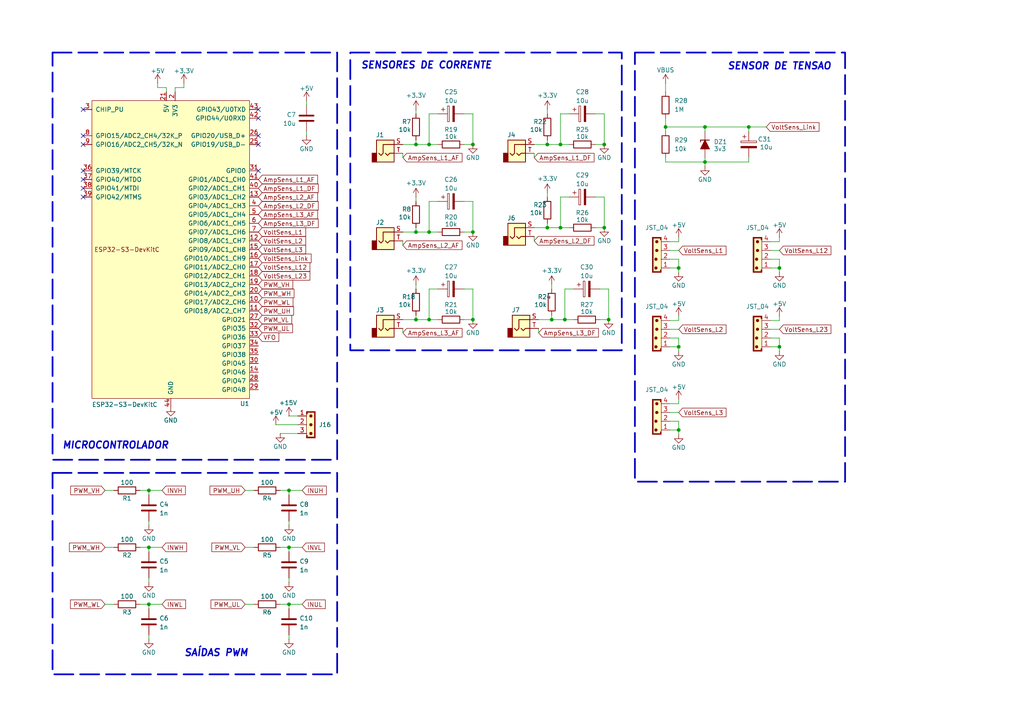
<source format=kicad_sch>
(kicad_sch (version 20231120) (generator "eeschema") (generator_version "8.0")
  (paper "A4")
  (title_block (title "Microcontrolador") (date "2025-02-24") (rev "V1") (company "Autor: José Fonseca") (comment 1 "UFPEL") (comment 2 "GSIC"))
  (junction (at 83.82 175.26))
  (junction (at 43.18 142.24))
  (junction (at 204.47 36.83))
  (junction (at 217.17 36.83))
  (junction (at 226.06 77.724))
  (junction (at 196.85 100.584))
  (junction (at 204.47 46.99))
  (junction (at 120.65 92.71))
  (junction (at 162.56 41.91))
  (junction (at 137.16 41.91))
  (junction (at 124.46 41.91))
  (junction (at 196.85 77.724))
  (junction (at 83.82 142.24))
  (junction (at 162.56 66.04))
  (junction (at 120.65 67.31))
  (junction (at 175.26 66.04))
  (junction (at 124.46 67.31))
  (junction (at 120.65 41.91))
  (junction (at 137.16 92.71))
  (junction (at 43.18 158.75))
  (junction (at 124.46 92.71))
  (junction (at 163.83 92.71))
  (junction (at 175.26 41.91))
  (junction (at 137.16 67.31))
  (junction (at 158.75 41.91))
  (junction (at 226.06 100.584))
  (junction (at 196.85 124.714))
  (junction (at 158.75 66.04))
  (junction (at 176.53 92.71))
  (junction (at 83.82 158.75))
  (junction (at 160.02 92.71))
  (junction (at 193.04 36.83))
  (junction (at 43.18 175.26))
  (no_connect (at 74.93 41.91))
  (no_connect (at 74.93 31.75))
  (no_connect (at 24.13 52.07))
  (no_connect (at 24.13 49.53))
  (no_connect (at 24.13 41.91))
  (no_connect (at 74.93 39.37))
  (no_connect (at 24.13 54.61))
  (no_connect (at 24.13 39.37))
  (no_connect (at 74.93 49.53))
  (no_connect (at 74.93 34.29))
  (no_connect (at 24.13 31.75))
  (no_connect (at 24.13 57.15))
  (wire (pts (xy 158.75 66.04) (xy 162.56 66.04)))
  (wire (pts (xy 223.52 70.104) (xy 226.06 70.104)))
  (wire (pts (xy 156.21 96.52) (xy 156.21 95.25)))
  (wire (pts (xy 166.37 92.71) (xy 163.83 92.71)))
  (wire (pts (xy 134.62 67.31) (xy 137.16 67.31)))
  (wire (pts (xy 30.48 142.24) (xy 33.02 142.24)))
  (wire (pts (xy 83.82 152.4) (xy 83.82 151.13)))
  (wire (pts (xy 158.75 40.64) (xy 158.75 41.91)))
  (wire (pts (xy 43.18 176.53) (xy 43.18 175.26)))
  (wire (pts (xy 158.75 41.91) (xy 162.56 41.91)))
  (wire (pts (xy 71.12 142.24) (xy 73.66 142.24)))
  (wire (pts (xy 162.56 57.15) (xy 162.56 66.04)))
  (wire (pts (xy 226.06 91.694) (xy 226.06 92.964)))
  (wire (pts (xy 50.8 25.4) (xy 50.8 26.67)))
  (wire (pts (xy 134.62 41.91) (xy 137.16 41.91)))
  (wire (pts (xy 158.75 31.75) (xy 158.75 33.02)))
  (wire (pts (xy 83.82 158.75) (xy 83.82 160.02)))
  (wire (pts (xy 30.48 158.75) (xy 33.02 158.75)))
  (wire (pts (xy 158.75 64.77) (xy 158.75 66.04)))
  (wire (pts (xy 71.12 158.75) (xy 73.66 158.75)))
  (wire (pts (xy 45.72 25.4) (xy 48.26 25.4)))
  (wire (pts (xy 193.04 38.1) (xy 193.04 36.83)))
  (wire (pts (xy 196.85 72.644) (xy 194.31 72.644)))
  (wire (pts (xy 193.04 46.99) (xy 193.04 45.72)))
  (wire (pts (xy 194.31 75.184) (xy 196.85 75.184)))
  (wire (pts (xy 120.65 40.64) (xy 120.65 41.91)))
  (wire (pts (xy 83.82 120.65) (xy 86.36 120.65)))
  (wire (pts (xy 204.47 38.1) (xy 204.47 36.83)))
  (wire (pts (xy 196.85 95.504) (xy 194.31 95.504)))
  (wire (pts (xy 83.82 142.24) (xy 87.63 142.24)))
  (wire (pts (xy 217.17 36.83) (xy 204.47 36.83)))
  (wire (pts (xy 196.85 119.634) (xy 194.31 119.634)))
  (wire (pts (xy 162.56 33.02) (xy 162.56 41.91)))
  (wire (pts (xy 45.72 24.13) (xy 45.72 25.4)))
  (wire (pts (xy 160.02 92.71) (xy 163.83 92.71)))
  (wire (pts (xy 194.31 70.104) (xy 196.85 70.104)))
  (wire (pts (xy 88.9 30.48) (xy 88.9 29.21)))
  (wire (pts (xy 43.18 175.26) (xy 40.64 175.26)))
  (wire (pts (xy 165.1 41.91) (xy 162.56 41.91)))
  (wire (pts (xy 53.34 24.13) (xy 53.34 25.4)))
  (wire (pts (xy 154.94 69.85) (xy 154.94 68.58)))
  (wire (pts (xy 120.65 41.91) (xy 124.46 41.91)))
  (wire (pts (xy 165.1 66.04) (xy 162.56 66.04)))
  (wire (pts (xy 53.34 25.4) (xy 50.8 25.4)))
  (wire (pts (xy 160.02 82.55) (xy 160.02 83.82)))
  (wire (pts (xy 40.64 142.24) (xy 43.18 142.24)))
  (wire (pts (xy 175.26 57.15) (xy 175.26 66.04)))
  (wire (pts (xy 226.06 70.104) (xy 226.06 68.834)))
  (wire (pts (xy 154.94 45.72) (xy 154.94 44.45)))
  (wire (pts (xy 120.65 31.75) (xy 120.65 33.02)))
  (wire (pts (xy 83.82 175.26) (xy 87.63 175.26)))
  (wire (pts (xy 165.1 33.02) (xy 162.56 33.02)))
  (wire (pts (xy 83.82 176.53) (xy 83.82 175.26)))
  (wire (pts (xy 223.52 77.724) (xy 226.06 77.724)))
  (wire (pts (xy 223.52 100.584) (xy 226.06 100.584)))
  (wire (pts (xy 127 33.02) (xy 124.46 33.02)))
  (wire (pts (xy 193.04 46.99) (xy 204.47 46.99)))
  (wire (pts (xy 40.64 158.75) (xy 43.18 158.75)))
  (wire (pts (xy 204.47 46.99) (xy 204.47 45.72)))
  (wire (pts (xy 196.85 124.714) (xy 196.85 122.174)))
  (wire (pts (xy 83.82 175.26) (xy 81.28 175.26)))
  (wire (pts (xy 127 58.42) (xy 124.46 58.42)))
  (wire (pts (xy 217.17 36.83) (xy 217.17 38.1)))
  (wire (pts (xy 43.18 184.15) (xy 43.18 185.42)))
  (wire (pts (xy 172.72 57.15) (xy 175.26 57.15)))
  (wire (pts (xy 158.75 55.88) (xy 158.75 57.15)))
  (wire (pts (xy 116.84 45.72) (xy 116.84 44.45)))
  (wire (pts (xy 196.85 100.584) (xy 196.85 101.854)))
  (wire (pts (xy 120.65 67.31) (xy 124.46 67.31)))
  (wire (pts (xy 83.82 142.24) (xy 83.82 143.51)))
  (wire (pts (xy 120.65 57.15) (xy 120.65 58.42)))
  (wire (pts (xy 43.18 142.24) (xy 43.18 143.51)))
  (wire (pts (xy 226.06 100.584) (xy 226.06 101.854)))
  (wire (pts (xy 134.62 83.82) (xy 137.16 83.82)))
  (wire (pts (xy 43.18 175.26) (xy 46.99 175.26)))
  (wire (pts (xy 80.01 123.19) (xy 86.36 123.19)))
  (wire (pts (xy 127 67.31) (xy 124.46 67.31)))
  (wire (pts (xy 43.18 168.91) (xy 43.18 167.64)))
  (wire (pts (xy 137.16 58.42) (xy 137.16 67.31)))
  (wire (pts (xy 83.82 184.15) (xy 83.82 185.42)))
  (wire (pts (xy 172.72 33.02) (xy 175.26 33.02)))
  (wire (pts (xy 172.72 66.04) (xy 175.26 66.04)))
  (wire (pts (xy 226.06 72.644) (xy 223.52 72.644)))
  (wire (pts (xy 71.12 175.26) (xy 73.66 175.26)))
  (wire (pts (xy 194.31 98.044) (xy 196.85 98.044)))
  (wire (pts (xy 196.85 75.184) (xy 196.85 77.724)))
  (wire (pts (xy 43.18 152.4) (xy 43.18 151.13)))
  (wire (pts (xy 116.84 67.31) (xy 120.65 67.31)))
  (wire (pts (xy 134.62 33.02) (xy 137.16 33.02)))
  (wire (pts (xy 88.9 38.1) (xy 88.9 39.37)))
  (wire (pts (xy 196.85 98.044) (xy 196.85 100.584)))
  (wire (pts (xy 223.52 75.184) (xy 226.06 75.184)))
  (wire (pts (xy 193.04 34.29) (xy 193.04 36.83)))
  (wire (pts (xy 124.46 83.82) (xy 124.46 92.71)))
  (wire (pts (xy 176.53 83.82) (xy 176.53 92.71)))
  (wire (pts (xy 127 83.82) (xy 124.46 83.82)))
  (wire (pts (xy 194.31 124.714) (xy 196.85 124.714)))
  (wire (pts (xy 154.94 66.04) (xy 158.75 66.04)))
  (wire (pts (xy 204.47 48.26) (xy 204.47 46.99)))
  (wire (pts (xy 83.82 158.75) (xy 87.63 158.75)))
  (wire (pts (xy 81.28 158.75) (xy 83.82 158.75)))
  (wire (pts (xy 196.85 125.984) (xy 196.85 124.714)))
  (wire (pts (xy 226.06 75.184) (xy 226.06 77.724)))
  (wire (pts (xy 196.85 92.964) (xy 194.31 92.964)))
  (wire (pts (xy 81.28 142.24) (xy 83.82 142.24)))
  (wire (pts (xy 166.37 83.82) (xy 163.83 83.82)))
  (wire (pts (xy 160.02 91.44) (xy 160.02 92.71)))
  (wire (pts (xy 83.82 168.91) (xy 83.82 167.64)))
  (wire (pts (xy 196.85 122.174) (xy 194.31 122.174)))
  (wire (pts (xy 194.31 77.724) (xy 196.85 77.724)))
  (wire (pts (xy 217.17 46.99) (xy 217.17 45.72)))
  (wire (pts (xy 127 92.71) (xy 124.46 92.71)))
  (wire (pts (xy 116.84 41.91) (xy 120.65 41.91)))
  (wire (pts (xy 116.84 71.12) (xy 116.84 69.85)))
  (wire (pts (xy 223.52 98.044) (xy 226.06 98.044)))
  (wire (pts (xy 196.85 78.994) (xy 196.85 77.724)))
  (wire (pts (xy 226.06 92.964) (xy 223.52 92.964)))
  (wire (pts (xy 30.48 175.26) (xy 33.02 175.26)))
  (wire (pts (xy 43.18 158.75) (xy 43.18 160.02)))
  (wire (pts (xy 137.16 33.02) (xy 137.16 41.91)))
  (wire (pts (xy 43.18 142.24) (xy 46.99 142.24)))
  (wire (pts (xy 81.28 125.73) (xy 86.36 125.73)))
  (wire (pts (xy 120.65 82.55) (xy 120.65 83.82)))
  (wire (pts (xy 116.84 96.52) (xy 116.84 95.25)))
  (wire (pts (xy 193.04 24.13) (xy 193.04 26.67)))
  (wire (pts (xy 43.18 158.75) (xy 46.99 158.75)))
  (wire (pts (xy 193.04 36.83) (xy 204.47 36.83)))
  (wire (pts (xy 48.26 25.4) (xy 48.26 26.67)))
  (wire (pts (xy 137.16 83.82) (xy 137.16 92.71)))
  (wire (pts (xy 173.99 92.71) (xy 176.53 92.71)))
  (wire (pts (xy 156.21 92.71) (xy 160.02 92.71)))
  (wire (pts (xy 134.62 92.71) (xy 137.16 92.71)))
  (wire (pts (xy 172.72 41.91) (xy 175.26 41.91)))
  (wire (pts (xy 124.46 58.42) (xy 124.46 67.31)))
  (wire (pts (xy 163.83 83.82) (xy 163.83 92.71)))
  (wire (pts (xy 173.99 83.82) (xy 176.53 83.82)))
  (wire (pts (xy 120.65 66.04) (xy 120.65 67.31)))
  (wire (pts (xy 127 41.91) (xy 124.46 41.91)))
  (wire (pts (xy 194.31 100.584) (xy 196.85 100.584)))
  (wire (pts (xy 154.94 41.91) (xy 158.75 41.91)))
  (wire (pts (xy 196.85 70.104) (xy 196.85 68.834)))
  (wire (pts (xy 226.06 98.044) (xy 226.06 100.584)))
  (wire (pts (xy 175.26 33.02) (xy 175.26 41.91)))
  (wire (pts (xy 134.62 58.42) (xy 137.16 58.42)))
  (wire (pts (xy 226.06 78.994) (xy 226.06 77.724)))
  (wire (pts (xy 226.06 95.504) (xy 223.52 95.504)))
  (wire (pts (xy 217.17 36.83) (xy 222.25 36.83)))
  (wire (pts (xy 116.84 92.71) (xy 120.65 92.71)))
  (wire (pts (xy 196.85 117.094) (xy 196.85 115.824)))
  (wire (pts (xy 120.65 92.71) (xy 124.46 92.71)))
  (wire (pts (xy 120.65 91.44) (xy 120.65 92.71)))
  (wire (pts (xy 124.46 33.02) (xy 124.46 41.91)))
  (wire (pts (xy 204.47 46.99) (xy 217.17 46.99)))
  (wire (pts (xy 196.85 91.694) (xy 196.85 92.964)))
  (wire (pts (xy 165.1 57.15) (xy 162.56 57.15)))
  (wire (pts (xy 196.85 117.094) (xy 194.31 117.094)))
  (rectangle (start 101.6 15.24) (end 180.34 101.6) (stroke (width 0.5) (type dash)))
  (rectangle (start 15.24 137.16) (end 97.79 195.58) (stroke (width 0.5) (type dash)))
  (rectangle (start 184.15 15.24) (end 245.11 139.7) (stroke (width 0.5) (type dash)))
  (rectangle (start 15.24 15.24) (end 97.79 133.35) (stroke (width 0.5) (type dash)))
  (image (at 151.13 -132.08) (scale 1.33145))
  (text "SENSORES DE CORRENTE\n" (at 123.698 19.05 0) (effects (font (size 2 2) (bold yes) (italic yes))))
  (text "MICROCONTROLADOR\n" (at 33.528 129.286 0) (effects (font (size 2 2) (bold yes) (italic yes))))
  (text "SAÍDAS PWM\n" (at 62.738 189.484 0) (effects (font (size 2 2) (bold yes) (italic yes))))
  (text "SENSOR DE TENSAO\n" (at 226.06 19.304 0) (effects (font (size 2 2) (bold yes) (italic yes))))
  (global_label "INUL" (shape input) (at 87.63 175.26 0) (property "Intersheetrefs" "${INTERSHEET_REFS}" (effects (hide yes))))
  (global_label "PWM_WH" (shape input) (at 30.48 158.75 180) (property "Intersheetrefs" "${INTERSHEET_REFS}" (effects (hide yes))))
  (global_label "AmpSens_L3_DF" (shape input) (at 74.93 64.77 0) (property "Intersheetrefs" "${INTERSHEET_REFS}" (effects (hide yes))))
  (global_label "INVH" (shape input) (at 46.99 142.24 0) (property "Intersheetrefs" "${INTERSHEET_REFS}" (effects (hide yes))))
  (global_label "PWM_VL" (shape input) (at 74.93 92.71 0) (property "Intersheetrefs" "${INTERSHEET_REFS}" (effects (hide yes))))
  (global_label "AmpSens_L2_DF" (shape input) (at 154.94 69.85 0) (property "Intersheetrefs" "${INTERSHEET_REFS}" (effects (hide yes))))
  (global_label "AmpSens_L3_DF" (shape input) (at 156.21 96.52 0) (property "Intersheetrefs" "${INTERSHEET_REFS}" (effects (hide yes))))
  (global_label "INWL" (shape input) (at 46.99 175.26 0) (property "Intersheetrefs" "${INTERSHEET_REFS}" (effects (hide yes))))
  (global_label "VoltSens_Link" (shape input) (at 74.93 74.93 0) (property "Intersheetrefs" "${INTERSHEET_REFS}" (effects (hide yes))))
  (global_label "VoltSens_L1" (shape input) (at 74.93 67.31 0) (property "Intersheetrefs" "${INTERSHEET_REFS}" (effects (hide yes))))
  (global_label "PWM_VL" (shape input) (at 71.12 158.75 180) (property "Intersheetrefs" "${INTERSHEET_REFS}" (effects (hide yes))))
  (global_label "PWM_VH" (shape input) (at 74.93 82.55 0) (property "Intersheetrefs" "${INTERSHEET_REFS}" (effects (hide yes))))
  (global_label "VoltSens_L2" (shape input) (at 196.85 95.504 0) (property "Intersheetrefs" "${INTERSHEET_REFS}" (effects (hide yes))))
  (global_label "VFO" (shape input) (at 74.93 97.79 0) (property "Intersheetrefs" "${INTERSHEET_REFS}" (effects (hide yes))))
  (global_label "PWM_VH" (shape input) (at 30.48 142.24 180) (property "Intersheetrefs" "${INTERSHEET_REFS}" (effects (hide yes))))
  (global_label "VoltSens_Link" (shape input) (at 222.25 36.83 0) (property "Intersheetrefs" "${INTERSHEET_REFS}" (effects (hide yes))))
  (global_label "VoltSens_L1" (shape input) (at 196.85 72.644 0) (property "Intersheetrefs" "${INTERSHEET_REFS}" (effects (hide yes))))
  (global_label "VoltSens_L23" (shape input) (at 74.93 80.01 0) (property "Intersheetrefs" "${INTERSHEET_REFS}" (effects (hide yes))))
  (global_label "INVL" (shape input) (at 87.63 158.75 0) (property "Intersheetrefs" "${INTERSHEET_REFS}" (effects (hide yes))))
  (global_label "PWM_UH" (shape input) (at 74.93 90.17 0) (property "Intersheetrefs" "${INTERSHEET_REFS}" (effects (hide yes))))
  (global_label "VoltSens_L12" (shape input) (at 226.06 72.644 0) (property "Intersheetrefs" "${INTERSHEET_REFS}" (effects (hide yes))))
  (global_label "VoltSens_L12" (shape input) (at 74.93 77.47 0) (property "Intersheetrefs" "${INTERSHEET_REFS}" (effects (hide yes))))
  (global_label "VoltSens_L3" (shape input) (at 74.93 72.39 0) (property "Intersheetrefs" "${INTERSHEET_REFS}" (effects (hide yes))))
  (global_label "PWM_UL" (shape input) (at 74.93 95.25 0) (property "Intersheetrefs" "${INTERSHEET_REFS}" (effects (hide yes))))
  (global_label "AmpSens_L3_AF" (shape input) (at 116.84 96.52 0) (property "Intersheetrefs" "${INTERSHEET_REFS}" (effects (hide yes))))
  (global_label "INWH" (shape input) (at 46.99 158.75 0) (property "Intersheetrefs" "${INTERSHEET_REFS}" (effects (hide yes))))
  (global_label "PWM_UL" (shape input) (at 71.12 175.26 180) (property "Intersheetrefs" "${INTERSHEET_REFS}" (effects (hide yes))))
  (global_label "PWM_WL" (shape input) (at 30.48 175.26 180) (property "Intersheetrefs" "${INTERSHEET_REFS}" (effects (hide yes))))
  (global_label "VoltSens_L3" (shape input) (at 196.85 119.634 0) (property "Intersheetrefs" "${INTERSHEET_REFS}" (effects (hide yes))))
  (global_label "AmpSens_L3_AF" (shape input) (at 74.93 62.23 0) (property "Intersheetrefs" "${INTERSHEET_REFS}" (effects (hide yes))))
  (global_label "VoltSens_L23" (shape input) (at 226.06 95.504 0) (property "Intersheetrefs" "${INTERSHEET_REFS}" (effects (hide yes))))
  (global_label "AmpSens_L1_AF" (shape input) (at 74.93 52.07 0) (property "Intersheetrefs" "${INTERSHEET_REFS}" (effects (hide yes))))
  (global_label "PWM_WH" (shape input) (at 74.93 85.09 0) (property "Intersheetrefs" "${INTERSHEET_REFS}" (effects (hide yes))))
  (global_label "AmpSens_L2_AF" (shape input) (at 74.93 57.15 0) (property "Intersheetrefs" "${INTERSHEET_REFS}" (effects (hide yes))))
  (global_label "AmpSens_L2_AF" (shape input) (at 116.84 71.12 0) (property "Intersheetrefs" "${INTERSHEET_REFS}" (effects (hide yes))))
  (global_label "VoltSens_L2" (shape input) (at 74.93 69.85 0) (property "Intersheetrefs" "${INTERSHEET_REFS}" (effects (hide yes))))
  (global_label "INUH" (shape input) (at 87.63 142.24 0) (property "Intersheetrefs" "${INTERSHEET_REFS}" (effects (hide yes))))
  (global_label "PWM_WL" (shape input) (at 74.93 87.63 0) (property "Intersheetrefs" "${INTERSHEET_REFS}" (effects (hide yes))))
  (global_label "AmpSens_L2_DF" (shape input) (at 74.93 59.69 0) (property "Intersheetrefs" "${INTERSHEET_REFS}" (effects (hide yes))))
  (global_label "PWM_UH" (shape input) (at 71.12 142.24 180) (property "Intersheetrefs" "${INTERSHEET_REFS}" (effects (hide yes))))
  (global_label "AmpSens_L1_AF" (shape input) (at 116.84 45.72 0) (property "Intersheetrefs" "${INTERSHEET_REFS}" (effects (hide yes))))
  (global_label "AmpSens_L1_DF" (shape input) (at 74.93 54.61 0) (property "Intersheetrefs" "${INTERSHEET_REFS}" (effects (hide yes))))
  (global_label "AmpSens_L1_DF" (shape input) (at 154.94 45.72 0) (property "Intersheetrefs" "${INTERSHEET_REFS}" (effects (hide yes))))
  (symbol (lib_id "Device:R") (at 120.65 36.83 0) (unit 1)
    (property "Reference" "R7" (at 116.586 35.306 0) (effects (justify left)))
    (property "Value" "10k" (at 115.57 37.592 0) (effects (justify left)))
    (property "Footprint" "PCM_Resistor_THT_AKL:R_Axial_DIN0411_L9.9mm_D3.6mm_P20.32mm_Horizontal" (effects (hide yes)))
    (property "Description" "Resistor" (effects (hide yes)))
    (instances (project "TCC" (path "" (reference "R7") (unit 1)) (path "" (reference "R?") (unit 1))))
  )
  (symbol (lib_id "Device:R") (at 120.65 87.63 0) (unit 1)
    (property "Reference" "R18" (at 116.586 86.106 0) (effects (justify left)))
    (property "Value" "10k" (at 115.57 88.392 0) (effects (justify left)))
    (property "Footprint" "PCM_Resistor_THT_AKL:R_Axial_DIN0411_L9.9mm_D3.6mm_P20.32mm_Horizontal" (effects (hide yes)))
    (property "Description" "Resistor" (effects (hide yes)))
    (instances (project "TCC" (path "" (reference "R18") (unit 1)) (path "" (reference "R?") (unit 1))))
  )
  (symbol (lib_id "power:GND") (at 176.53 92.71 0) (unit 1)
    (property "Reference" "#PWR039" (effects (hide yes)))
    (property "Value" "GND" (at 176.53 96.52 0))
    (property "Description" "Power symbol creates a global label with name \"GND\" , ground" (effects (hide yes)))
    (instances (project "TCC" (path "" (reference "#PWR039") (unit 1)) (path "" (reference "#PWR086") (unit 1))))
  )
  (symbol (lib_id "Device:R") (at 158.75 60.96 0) (unit 1)
    (property "Reference" "R23" (at 154.686 59.436 0) (effects (justify left)))
    (property "Value" "10k" (at 153.67 61.722 0) (effects (justify left)))
    (property "Footprint" "PCM_Resistor_THT_AKL:R_Axial_DIN0411_L9.9mm_D3.6mm_P20.32mm_Horizontal" (effects (hide yes)))
    (property "Description" "Resistor" (effects (hide yes)))
    (instances (project "TCC" (path "" (reference "R23") (unit 1)) (path "" (reference "R?") (unit 1))))
  )
  (symbol (lib_id "Device:R") (at 170.18 92.71 90) (unit 1)
    (property "Reference" "R27" (at 170.18 88.392 90))
    (property "Value" "10k" (at 170.18 90.424 90))
    (property "Footprint" "PCM_Resistor_THT_AKL:R_Axial_DIN0411_L9.9mm_D3.6mm_P20.32mm_Horizontal" (effects (hide yes)))
    (property "Description" "Resistor" (effects (hide yes)))
    (instances (project "TCC" (path "" (reference "R27") (unit 1)) (path "" (reference "R?") (unit 1))))
  )
  (symbol (lib_id "power:GND") (at 81.28 125.73 0) (unit 1)
    (property "Reference" "#PWR061" (effects (hide yes)))
    (property "Value" "GND" (at 81.28 129.54 0))
    (property "Description" "Power symbol creates a global label with name \"GND\" , ground" (effects (hide yes)))
    (instances (project "TCC" (path "" (reference "#PWR061") (unit 1)) (path "" (reference "#PWR068") (unit 1))))
  )
  (symbol (lib_id "power:GND") (at 175.26 41.91 0) (unit 1)
    (property "Reference" "#PWR037" (effects (hide yes)))
    (property "Value" "GND" (at 175.26 45.72 0))
    (property "Description" "Power symbol creates a global label with name \"GND\" , ground" (effects (hide yes)))
    (instances (project "TCC" (path "" (reference "#PWR037") (unit 1)) (path "" (reference "#PWR084") (unit 1))))
  )
  (symbol (lib_id "power:+3.3V") (at 120.65 31.75 0) (unit 1)
    (property "Reference" "#PWR028" (effects (hide yes)))
    (property "Value" "+3.3V" (at 120.65 27.686 0))
    (property "Description" "Power symbol creates a global label with name \"+3.3V\"" (effects (hide yes)))
    (instances (project "TCC" (path "" (reference "#PWR028") (unit 1)) (path "" (reference "#PWR075") (unit 1))))
  )
  (symbol (lib_id "Device:R") (at 77.47 175.26 90) (unit 1)
    (property "Reference" "R6" (at 77.47 177.546 90))
    (property "Value" "100" (at 77.47 172.974 90))
    (property "Footprint" "PCM_Resistor_THT_AKL:R_Axial_DIN0411_L9.9mm_D3.6mm_P20.32mm_Horizontal" (effects (hide yes)))
    (property "Description" "Resistor" (effects (hide yes)))
    (instances (project "TCC" (path "" (reference "R6") (unit 1)) (path "" (reference "R?") (unit 1))))
  )
  (symbol (lib_id "power:+3.3V") (at 120.65 57.15 0) (unit 1)
    (property "Reference" "#PWR029" (effects (hide yes)))
    (property "Value" "+3.3V" (at 120.65 53.086 0))
    (property "Description" "Power symbol creates a global label with name \"+3.3V\"" (effects (hide yes)))
    (instances (project "TCC" (path "" (reference "#PWR029") (unit 1)) (path "" (reference "#PWR076") (unit 1))))
  )
  (symbol (lib_id "Device:R") (at 130.81 92.71 90) (unit 1)
    (property "Reference" "R21" (at 130.81 88.392 90))
    (property "Value" "10k" (at 130.81 90.424 90))
    (property "Footprint" "PCM_Resistor_THT_AKL:R_Axial_DIN0411_L9.9mm_D3.6mm_P20.32mm_Horizontal" (effects (hide yes)))
    (property "Description" "Resistor" (effects (hide yes)))
    (instances (project "TCC" (path "" (reference "R21") (unit 1)) (path "" (reference "R?") (unit 1))))
  )
  (symbol (lib_id "power:+3.3V") (at 158.75 55.88 0) (unit 1)
    (property "Reference" "#PWR035" (effects (hide yes)))
    (property "Value" "+3.3V" (at 158.75 51.816 0))
    (property "Description" "Power symbol creates a global label with name \"+3.3V\"" (effects (hide yes)))
    (instances (project "TCC" (path "" (reference "#PWR035") (unit 1)) (path "" (reference "#PWR082") (unit 1))))
  )
  (symbol (lib_id "Device:C") (at 43.18 180.34 0) (unit 1)
    (property "Reference" "C6" (at 46.228 179.324 0) (effects (justify left)))
    (property "Value" "1n" (at 46.228 181.864 0) (effects (justify left)))
    (property "Footprint" "Capacitor_THT:C_Disc_D4.7mm_W2.5mm_P5.00mm" (effects (hide yes)))
    (property "Description" "Unpolarized capacitor" (effects (hide yes)))
    (instances (project "TCC" (path "" (reference "C6") (unit 1)) (path "" (reference "C?") (unit 1))))
  )
  (symbol (lib_id "power:GND") (at 43.18 185.42 0) (unit 1)
    (property "Reference" "#PWR015" (effects (hide yes)))
    (property "Value" "GND" (at 43.18 189.23 0))
    (property "Description" "Power symbol creates a global label with name \"GND\" , ground" (effects (hide yes)))
    (instances (project "TCC" (path "" (reference "#PWR015") (unit 1)) (path "" (reference "#PWR063") (unit 1))))
  )
  (symbol (lib_id "power:+5V") (at 196.85 91.694 0) (unit 1)
    (property "Reference" "#PWR043" (effects (hide yes)))
    (property "Value" "+5V" (at 196.85 88.138 0))
    (property "Description" "Power symbol creates a global label with name \"+5V\"" (effects (hide yes)))
    (instances (project "TCC" (path "" (reference "#PWR043") (unit 1)) (path "" (reference "#PWR090") (unit 1))))
  )
  (symbol (lib_id "Device:C_Polarized") (at 130.81 33.02 90) (mirror x) (unit 1)
    (property "Reference" "C25" (at 130.81 26.67 90))
    (property "Value" "10u" (at 130.81 29.21 90))
    (property "Footprint" "Capacitor_THT:CP_Radial_D6.3mm_P2.50mm" (effects (hide yes)))
    (property "Description" "Polarized capacitor" (effects (hide yes)))
    (instances (project "TCC" (path "" (reference "C25") (unit 1)) (path "" (reference "C?") (unit 1))))
  )
  (symbol (lib_id "power:GND") (at 196.85 101.854 0) (unit 1)
    (property "Reference" "#PWR044" (effects (hide yes)))
    (property "Value" "GND" (at 196.85 105.664 0))
    (property "Description" "Power symbol creates a global label with name \"GND\" , ground" (effects (hide yes)))
    (instances (project "TCC" (path "" (reference "#PWR044") (unit 1)) (path "" (reference "#PWR091") (unit 1))))
  )
  (symbol (lib_id "Device:R") (at 160.02 87.63 0) (unit 1)
    (property "Reference" "R24" (at 155.956 86.106 0) (effects (justify left)))
    (property "Value" "10k" (at 154.94 88.392 0) (effects (justify left)))
    (property "Footprint" "PCM_Resistor_THT_AKL:R_Axial_DIN0411_L9.9mm_D3.6mm_P20.32mm_Horizontal" (effects (hide yes)))
    (property "Description" "Resistor" (effects (hide yes)))
    (instances (project "TCC" (path "" (reference "R24") (unit 1)) (path "" (reference "R?") (unit 1))))
  )
  (symbol (lib_id "power:GND") (at 196.85 125.984 0) (unit 1)
    (property "Reference" "#PWR046" (effects (hide yes)))
    (property "Value" "GND" (at 196.85 129.794 0))
    (property "Description" "Power symbol creates a global label with name \"GND\" , ground" (effects (hide yes)))
    (instances (project "TCC" (path "" (reference "#PWR046") (unit 1)) (path "" (reference "#PWR093") (unit 1))))
  )
  (symbol (lib_id "Connector_Audio:AudioJack2") (at 149.86 68.58 0) (unit 1)
    (property "Reference" "J6" (at 148.336 63.246 0))
    (property "Value" "AudioJack2" (effects (hide yes)))
    (property "Footprint" "Connector_Audio:Jack_3.5mm_KoreanHropartsElec_PJ-320D-4A_Horizontal" (effects (hide yes)))
    (property "Description" "Audio Jack, 2 Poles (Mono / TS)" (effects (hide yes)))
    (instances (project "TCC" (path "" (reference "J6") (unit 1)) (path "" (reference "J?") (unit 1))))
  )
  (symbol (lib_id "Device:R") (at 120.65 62.23 0) (unit 1)
    (property "Reference" "R8" (at 116.586 60.706 0) (effects (justify left)))
    (property "Value" "10k" (at 115.57 62.992 0) (effects (justify left)))
    (property "Footprint" "PCM_Resistor_THT_AKL:R_Axial_DIN0411_L9.9mm_D3.6mm_P20.32mm_Horizontal" (effects (hide yes)))
    (property "Description" "Resistor" (effects (hide yes)))
    (instances (project "TCC" (path "" (reference "R8") (unit 1)) (path "" (reference "R?") (unit 1))))
  )
  (symbol (lib_id "Device:C_Polarized") (at 130.81 83.82 90) (mirror x) (unit 1)
    (property "Reference" "C27" (at 130.81 77.47 90))
    (property "Value" "10u" (at 130.81 80.01 90))
    (property "Footprint" "Capacitor_THT:CP_Radial_D6.3mm_P2.50mm" (effects (hide yes)))
    (property "Description" "Polarized capacitor" (effects (hide yes)))
    (instances (project "TCC" (path "" (reference "C27") (unit 1)) (path "" (reference "C?") (unit 1))))
  )
  (symbol (lib_id "power:GND") (at 226.06 78.994 0) (unit 1)
    (property "Reference" "#PWR049" (effects (hide yes)))
    (property "Value" "GND" (at 226.06 82.804 0))
    (property "Description" "Power symbol creates a global label with name \"GND\" , ground" (effects (hide yes)))
    (instances (project "TCC" (path "" (reference "#PWR049") (unit 1)) (path "" (reference "#PWR096") (unit 1))))
  )
  (symbol (lib_id "Device:R") (at 36.83 158.75 90) (unit 1)
    (property "Reference" "R2" (at 36.83 161.036 90))
    (property "Value" "100" (at 36.83 156.464 90))
    (property "Footprint" "PCM_Resistor_THT_AKL:R_Axial_DIN0411_L9.9mm_D3.6mm_P20.32mm_Horizontal" (effects (hide yes)))
    (property "Description" "Resistor" (effects (hide yes)))
    (instances (project "TCC" (path "" (reference "R2") (unit 1)) (path "" (reference "R?") (unit 1))))
  )
  (symbol (lib_id "power:GND") (at 83.82 168.91 0) (unit 1)
    (property "Reference" "#PWR017" (effects (hide yes)))
    (property "Value" "GND" (at 83.82 172.72 0))
    (property "Description" "Power symbol creates a global label with name \"GND\" , ground" (effects (hide yes)))
    (instances (project "TCC" (path "" (reference "#PWR017") (unit 1)) (path "" (reference "#PWR071") (unit 1))))
  )
  (symbol (lib_id "power:+15V") (at 83.82 120.65 0) (unit 1)
    (property "Reference" "#PWR062" (effects (hide yes)))
    (property "Value" "+15V" (at 83.566 116.84 0))
    (property "Description" "Power symbol creates a global label with name \"+15V\"" (effects (hide yes)))
    (instances (project "TCC" (path "" (reference "#PWR062") (unit 1)) (path "" (reference "#PWR069") (unit 1))))
  )
  (symbol (lib_id "Device:C_Polarized") (at 130.81 58.42 90) (mirror x) (unit 1)
    (property "Reference" "C26" (at 130.81 52.07 90))
    (property "Value" "10u" (at 130.81 54.61 90))
    (property "Footprint" "Capacitor_THT:CP_Radial_D6.3mm_P2.50mm" (effects (hide yes)))
    (property "Description" "Polarized capacitor" (effects (hide yes)))
    (instances (project "TCC" (path "" (reference "C26") (unit 1)) (path "" (reference "C?") (unit 1))))
  )
  (symbol (lib_id "PCM_SL_Connectors:JST_03") (at 90.17 123.19 0) (unit 1)
    (property "Reference" "J16" (at 92.456 123.19 0) (effects (justify left)))
    (property "Value" "JST_03" (effects (hide yes)))
    (property "Footprint" "Connector_JST:JST_EH_B3B-EH-A_1x03_P2.50mm_Vertical" (effects (hide yes)))
    (property "Description" "JST Connector  3 pins " (effects (hide yes)))
    (instances (project "TCC" (path "" (reference "J16") (unit 1)) (path "" (reference "J?") (unit 1))))
  )
  (symbol (lib_id "power:+5V") (at 226.06 91.694 0) (unit 1)
    (property "Reference" "#PWR052" (effects (hide yes)))
    (property "Value" "+5V" (at 226.06 88.138 0))
    (property "Description" "Power symbol creates a global label with name \"+5V\"" (effects (hide yes)))
    (instances (project "TCC" (path "" (reference "#PWR052") (unit 1)) (path "" (reference "#PWR097") (unit 1))))
  )
  (symbol (lib_id "PCM_SL_Connectors:JST_04") (at 219.71 73.66 180) (unit 1)
    (property "Reference" "J12" (effects (hide yes)))
    (property "Value" "JST_04" (at 219.71 66.04 0))
    (property "Footprint" "Connector_JST:JST_EH_B4B-EH-A_1x04_P2.50mm_Vertical" (effects (hide yes)))
    (property "Description" "JST Connector  4 pins " (effects (hide yes)))
    (instances (project "TCC" (path "" (reference "J12") (unit 1)) (path "" (reference "J?") (unit 1))))
  )
  (symbol (lib_id "Device:C") (at 83.82 147.32 0) (unit 1)
    (property "Reference" "C8" (at 86.868 146.304 0) (effects (justify left)))
    (property "Value" "1n" (at 86.868 148.844 0) (effects (justify left)))
    (property "Footprint" "Capacitor_THT:C_Disc_D4.7mm_W2.5mm_P5.00mm" (effects (hide yes)))
    (property "Description" "Unpolarized capacitor" (effects (hide yes)))
    (instances (project "TCC" (path "" (reference "C8") (unit 1)) (path "" (reference "C?") (unit 1))))
  )
  (symbol (lib_id "PCM_Espressif:ESP32-S3-DevKitC") (at 49.53 72.39 0) (unit 1)
    (property "Reference" "U1" (at 69.596 117.094 0) (effects (justify left)))
    (property "Value" "ESP32-S3-DevKitC" (at 26.67 117.348 0) (effects (justify left)))
    (property "Footprint" "PCM_Espressif:ESP32-S3-DevKitC" (effects (hide yes)))
    (property "Description" "ESP32-S3-DevKitC" (effects (hide yes)))
    (instances (project "TCC" (path "" (reference "U1") (unit 1)) (path "" (reference "U?") (unit 1))))
  )
  (symbol (lib_id "power:+5V") (at 80.01 123.19 0) (unit 1)
    (property "Reference" "#PWR060" (effects (hide yes)))
    (property "Value" "+5V" (at 80.01 119.634 0))
    (property "Description" "Power symbol creates a global label with name \"+5V\"" (effects (hide yes)))
    (instances (project "TCC" (path "" (reference "#PWR060") (unit 1)) (path "" (reference "#PWR067") (unit 1))))
  )
  (symbol (lib_id "power:+5V") (at 196.85 115.824 0) (unit 1)
    (property "Reference" "#PWR045" (effects (hide yes)))
    (property "Value" "+5V" (at 196.85 112.268 0))
    (property "Description" "Power symbol creates a global label with name \"+5V\"" (effects (hide yes)))
    (instances (project "TCC" (path "" (reference "#PWR045") (unit 1)) (path "" (reference "#PWR092") (unit 1))))
  )
  (symbol (lib_id "Device:C") (at 43.18 163.83 0) (unit 1)
    (property "Reference" "C5" (at 46.228 162.814 0) (effects (justify left)))
    (property "Value" "1n" (at 46.228 165.354 0) (effects (justify left)))
    (property "Footprint" "Capacitor_THT:C_Disc_D4.7mm_W2.5mm_P5.00mm" (effects (hide yes)))
    (property "Description" "Unpolarized capacitor" (effects (hide yes)))
    (instances (project "TCC" (path "" (reference "C5") (unit 1)) (path "" (reference "C?") (unit 1))))
  )
  (symbol (lib_id "Device:R") (at 130.81 67.31 90) (unit 1)
    (property "Reference" "R20" (at 130.81 62.992 90))
    (property "Value" "10k" (at 130.81 65.024 90))
    (property "Footprint" "PCM_Resistor_THT_AKL:R_Axial_DIN0411_L9.9mm_D3.6mm_P20.32mm_Horizontal" (effects (hide yes)))
    (property "Description" "Resistor" (effects (hide yes)))
    (instances (project "TCC" (path "" (reference "R20") (unit 1)) (path "" (reference "R?") (unit 1))))
  )
  (symbol (lib_id "power:GND") (at 137.16 92.71 0) (unit 1)
    (property "Reference" "#PWR033" (effects (hide yes)))
    (property "Value" "GND" (at 137.16 96.52 0))
    (property "Description" "Power symbol creates a global label with name \"GND\" , ground" (effects (hide yes)))
    (instances (project "TCC" (path "" (reference "#PWR033") (unit 1)) (path "" (reference "#PWR080") (unit 1))))
  )
  (symbol (lib_id "Connector_Audio:AudioJack2") (at 151.13 95.25 0) (unit 1)
    (property "Reference" "J7" (at 149.606 89.916 0))
    (property "Value" "AudioJack2" (effects (hide yes)))
    (property "Footprint" "Connector_Audio:Jack_3.5mm_KoreanHropartsElec_PJ-320D-4A_Horizontal" (effects (hide yes)))
    (property "Description" "Audio Jack, 2 Poles (Mono / TS)" (effects (hide yes)))
    (instances (project "TCC" (path "" (reference "J7") (unit 1)) (path "" (reference "J?") (unit 1))))
  )
  (symbol (lib_id "Device:R") (at 77.47 158.75 90) (unit 1)
    (property "Reference" "R5" (at 77.47 161.036 90))
    (property "Value" "100" (at 77.47 156.464 90))
    (property "Footprint" "PCM_Resistor_THT_AKL:R_Axial_DIN0411_L9.9mm_D3.6mm_P20.32mm_Horizontal" (effects (hide yes)))
    (property "Description" "Resistor" (effects (hide yes)))
    (instances (project "TCC" (path "" (reference "R5") (unit 1)) (path "" (reference "R?") (unit 1))))
  )
  (symbol (lib_id "power:+3.3V") (at 158.75 31.75 0) (unit 1)
    (property "Reference" "#PWR034" (effects (hide yes)))
    (property "Value" "+3.3V" (at 158.75 27.686 0))
    (property "Description" "Power symbol creates a global label with name \"+3.3V\"" (effects (hide yes)))
    (instances (project "TCC" (path "" (reference "#PWR034") (unit 1)) (path "" (reference "#PWR081") (unit 1))))
  )
  (symbol (lib_id "Connector_Audio:AudioJack2") (at 111.76 69.85 0) (unit 1)
    (property "Reference" "J2" (at 110.236 64.516 0))
    (property "Value" "AudioJack2" (effects (hide yes)))
    (property "Footprint" "Connector_Audio:Jack_3.5mm_KoreanHropartsElec_PJ-320D-4A_Horizontal" (effects (hide yes)))
    (property "Description" "Audio Jack, 2 Poles (Mono / TS)" (effects (hide yes)))
    (instances (project "TCC" (path "" (reference "J2") (unit 1)) (path "" (reference "J?") (unit 1))))
  )
  (symbol (lib_id "power:+5V") (at 45.72 24.13 0) (mirror y) (unit 1)
    (property "Reference" "#PWR019" (effects (hide yes)))
    (property "Value" "+5V" (at 45.72 20.574 0))
    (property "Description" "Power symbol creates a global label with name \"+5V\"" (effects (hide yes)))
    (instances (project "TCC" (path "" (reference "#PWR019") (unit 1)) (path "" (reference "#PWR064") (unit 1))))
  )
  (symbol (lib_id "power:GND") (at 43.18 152.4 0) (unit 1)
    (property "Reference" "#PWR010" (effects (hide yes)))
    (property "Value" "GND" (at 43.18 156.21 0))
    (property "Description" "Power symbol creates a global label with name \"GND\" , ground" (effects (hide yes)))
    (instances (project "TCC" (path "" (reference "#PWR010") (unit 1)) (path "" (reference "#PWR055") (unit 1))))
  )
  (symbol (lib_id "power:+5V") (at 196.85 68.834 0) (unit 1)
    (property "Reference" "#PWR041" (effects (hide yes)))
    (property "Value" "+5V" (at 196.85 65.278 0))
    (property "Description" "Power symbol creates a global label with name \"+5V\"" (effects (hide yes)))
    (instances (project "TCC" (path "" (reference "#PWR041") (unit 1)) (path "" (reference "#PWR088") (unit 1))))
  )
  (symbol (lib_id "Connector_Audio:AudioJack2") (at 111.76 44.45 0) (unit 1)
    (property "Reference" "J1" (at 110.236 39.116 0))
    (property "Value" "AudioJack2" (effects (hide yes)))
    (property "Footprint" "Connector_Audio:Jack_3.5mm_KoreanHropartsElec_PJ-320D-4A_Horizontal" (effects (hide yes)))
    (property "Description" "Audio Jack, 2 Poles (Mono / TS)" (effects (hide yes)))
    (instances (project "TCC" (path "" (reference "J1") (unit 1)) (path "" (reference "J?") (unit 1))))
  )
  (symbol (lib_id "Device:R") (at 36.83 175.26 90) (unit 1)
    (property "Reference" "R3" (at 36.83 177.546 90))
    (property "Value" "100" (at 36.83 172.974 90))
    (property "Footprint" "PCM_Resistor_THT_AKL:R_Axial_DIN0411_L9.9mm_D3.6mm_P20.32mm_Horizontal" (effects (hide yes)))
    (property "Description" "Resistor" (effects (hide yes)))
    (instances (project "TCC" (path "" (reference "R3") (unit 1)) (path "" (reference "R?") (unit 1))))
  )
  (symbol (lib_id "power:GND") (at 175.26 66.04 0) (unit 1)
    (property "Reference" "#PWR038" (effects (hide yes)))
    (property "Value" "GND" (at 175.26 69.85 0))
    (property "Description" "Power symbol creates a global label with name \"GND\" , ground" (effects (hide yes)))
    (instances (project "TCC" (path "" (reference "#PWR038") (unit 1)) (path "" (reference "#PWR085") (unit 1))))
  )
  (symbol (lib_id "Device:C_Polarized") (at 168.91 33.02 90) (mirror x) (unit 1)
    (property "Reference" "C28" (at 168.91 26.67 90))
    (property "Value" "10u" (at 168.91 29.21 90))
    (property "Footprint" "Capacitor_THT:CP_Radial_D6.3mm_P2.50mm" (effects (hide yes)))
    (property "Description" "Polarized capacitor" (effects (hide yes)))
    (instances (project "TCC" (path "" (reference "C28") (unit 1)) (path "" (reference "C?") (unit 1))))
  )
  (symbol (lib_id "Device:R") (at 193.04 41.91 0) (unit 1)
    (property "Reference" "R29" (at 195.58 40.6399 0) (effects (justify left)))
    (property "Value" "10k" (at 195.58 43.1799 0) (effects (justify left)))
    (property "Footprint" "PCM_Resistor_THT_AKL:R_Axial_DIN0411_L9.9mm_D3.6mm_P20.32mm_Horizontal" (effects (hide yes)))
    (property "Description" "Resistor" (effects (hide yes)))
    (instances (project "TCC" (path "" (reference "R29") (unit 1)) (path "" (reference "R?") (unit 1))))
  )
  (symbol (lib_id "Device:C") (at 43.18 147.32 0) (unit 1)
    (property "Reference" "C4" (at 46.228 146.304 0) (effects (justify left)))
    (property "Value" "1n" (at 46.228 148.844 0) (effects (justify left)))
    (property "Footprint" "Capacitor_THT:C_Disc_D4.7mm_W2.5mm_P5.00mm" (effects (hide yes)))
    (property "Description" "Unpolarized capacitor" (effects (hide yes)))
    (instances (project "TCC" (path "" (reference "C4") (unit 1)) (path "" (reference "C?") (unit 1))))
  )
  (symbol (lib_id "power:+5V") (at 226.06 68.834 0) (unit 1)
    (property "Reference" "#PWR048" (effects (hide yes)))
    (property "Value" "+5V" (at 226.06 65.278 0))
    (property "Description" "Power symbol creates a global label with name \"+5V\"" (effects (hide yes)))
    (instances (project "TCC" (path "" (reference "#PWR048") (unit 1)) (path "" (reference "#PWR095") (unit 1))))
  )
  (symbol (lib_id "power:GND") (at 49.53 118.11 0) (unit 1)
    (property "Reference" "#PWR020" (effects (hide yes)))
    (property "Value" "GND" (at 49.53 121.92 0))
    (property "Description" "Power symbol creates a global label with name \"GND\" , ground" (effects (hide yes)))
    (instances (project "TCC" (path "" (reference "#PWR020") (unit 1)) (path "" (reference "#PWR065") (unit 1))))
  )
  (symbol (lib_id "Device:R") (at 168.91 41.91 90) (unit 1)
    (property "Reference" "R25" (at 168.91 37.592 90))
    (property "Value" "10k" (at 168.91 39.624 90))
    (property "Footprint" "PCM_Resistor_THT_AKL:R_Axial_DIN0411_L9.9mm_D3.6mm_P20.32mm_Horizontal" (effects (hide yes)))
    (property "Description" "Resistor" (effects (hide yes)))
    (instances (project "TCC" (path "" (reference "R25") (unit 1)) (path "" (reference "R?") (unit 1))))
  )
  (symbol (lib_id "Device:C_Polarized") (at 217.17 41.91 0) (unit 1)
    (property "Reference" "C31" (at 221.742 40.386 0))
    (property "Value" "10u" (at 222.25 42.672 0))
    (property "Footprint" "Capacitor_THT:CP_Radial_D6.3mm_P2.50mm" (effects (hide yes)))
    (property "Description" "Polarized capacitor" (effects (hide yes)))
    (instances (project "TCC" (path "" (reference "C31") (unit 1)) (path "" (reference "C?") (unit 1))))
  )
  (symbol (lib_id "PCM_SL_Connectors:JST_04") (at 190.5 73.66 180) (unit 1)
    (property "Reference" "J9" (effects (hide yes)))
    (property "Value" "JST_04" (at 190.5 66.04 0))
    (property "Footprint" "Connector_JST:JST_EH_B4B-EH-A_1x04_P2.50mm_Vertical" (effects (hide yes)))
    (property "Description" "JST Connector  4 pins " (effects (hide yes)))
    (instances (project "TCC" (path "" (reference "J9") (unit 1)) (path "" (reference "J?") (unit 1))))
  )
  (symbol (lib_id "power:GND") (at 196.85 78.994 0) (unit 1)
    (property "Reference" "#PWR042" (effects (hide yes)))
    (property "Value" "GND" (at 196.85 82.804 0))
    (property "Description" "Power symbol creates a global label with name \"GND\" , ground" (effects (hide yes)))
    (instances (project "TCC" (path "" (reference "#PWR042") (unit 1)) (path "" (reference "#PWR089") (unit 1))))
  )
  (symbol (lib_id "Device:C") (at 83.82 163.83 0) (unit 1)
    (property "Reference" "C9" (at 86.868 162.814 0) (effects (justify left)))
    (property "Value" "1n" (at 86.868 165.354 0) (effects (justify left)))
    (property "Footprint" "Capacitor_THT:C_Disc_D4.7mm_W2.5mm_P5.00mm" (effects (hide yes)))
    (property "Description" "Unpolarized capacitor" (effects (hide yes)))
    (instances (project "TCC" (path "" (reference "C9") (unit 1)) (path "" (reference "C?") (unit 1))))
  )
  (symbol (lib_id "Connector_Audio:AudioJack2") (at 149.86 44.45 0) (unit 1)
    (property "Reference" "J4" (at 148.336 39.116 0))
    (property "Value" "AudioJack2" (effects (hide yes)))
    (property "Footprint" "Connector_Audio:Jack_3.5mm_KoreanHropartsElec_PJ-320D-4A_Horizontal" (effects (hide yes)))
    (property "Description" "Audio Jack, 2 Poles (Mono / TS)" (effects (hide yes)))
    (instances (project "TCC" (path "" (reference "J4") (unit 1)) (path "" (reference "J?") (unit 1))))
  )
  (symbol (lib_id "Device:R") (at 193.04 30.48 0) (unit 1)
    (property "Reference" "R28" (at 195.58 29.2099 0) (effects (justify left)))
    (property "Value" "1M" (at 195.58 31.7499 0) (effects (justify left)))
    (property "Footprint" "PCM_Resistor_THT_AKL:R_Axial_DIN0411_L9.9mm_D3.6mm_P20.32mm_Horizontal" (effects (hide yes)))
    (property "Description" "Resistor" (effects (hide yes)))
    (instances (project "TCC" (path "" (reference "R28") (unit 1)) (path "" (reference "R?") (unit 1))))
  )
  (symbol (lib_id "PCM_Diode_Zener_AKL:D_Zener_Generic") (at 204.47 41.91 90) (unit 1)
    (property "Reference" "DZ1" (at 207.01 41.148 90) (effects (justify right)))
    (property "Value" "3v3" (at 207.01 43.1799 90) (effects (justify right)))
    (property "Footprint" "Diode_THT:D_DO-15_P15.24mm_Horizontal" (effects (hide yes)))
    (property "Description" "Zener diode, generic symbol, Alternate KiCAD Library" (effects (hide yes)))
    (instances (project "TCC" (path "" (reference "DZ1") (unit 1)) (path "" (reference "DZ?") (unit 1))))
  )
  (symbol (lib_id "power:VBUS") (at 193.04 24.13 0) (unit 1)
    (property "Reference" "#PWR040" (effects (hide yes)))
    (property "Value" "VBUS" (at 193.04 20.32 0))
    (property "Description" "Power symbol creates a global label with name \"VBUS\"" (effects (hide yes)))
    (instances (project "TCC" (path "" (reference "#PWR040") (unit 1)) (path "" (reference "#PWR087") (unit 1))))
  )
  (symbol (lib_id "power:GND") (at 137.16 67.31 0) (unit 1)
    (property "Reference" "#PWR032" (effects (hide yes)))
    (property "Value" "GND" (at 137.16 71.12 0))
    (property "Description" "Power symbol creates a global label with name \"GND\" , ground" (effects (hide yes)))
    (instances (project "TCC" (path "" (reference "#PWR032") (unit 1)) (path "" (reference "#PWR079") (unit 1))))
  )
  (symbol (lib_id "Connector_Audio:AudioJack2") (at 111.76 95.25 0) (unit 1)
    (property "Reference" "J3" (at 110.236 89.916 0))
    (property "Value" "AudioJack2" (effects (hide yes)))
    (property "Footprint" "Connector_Audio:Jack_3.5mm_KoreanHropartsElec_PJ-320D-4A_Horizontal" (effects (hide yes)))
    (property "Description" "Audio Jack, 2 Poles (Mono / TS)" (effects (hide yes)))
    (instances (project "TCC" (path "" (reference "J3") (unit 1)) (path "" (reference "J?") (unit 1))))
  )
  (symbol (lib_id "Device:R") (at 36.83 142.24 90) (unit 1)
    (property "Reference" "R1" (at 36.83 144.526 90))
    (property "Value" "100" (at 36.83 139.954 90))
    (property "Footprint" "PCM_Resistor_THT_AKL:R_Axial_DIN0411_L9.9mm_D3.6mm_P20.32mm_Horizontal" (effects (hide yes)))
    (property "Description" "Resistor" (effects (hide yes)))
    (instances (project "TCC" (path "" (reference "R1") (unit 1)) (path "" (reference "R?") (unit 1))))
  )
  (symbol (lib_id "power:GND") (at 83.82 152.4 0) (unit 1)
    (property "Reference" "#PWR016" (effects (hide yes)))
    (property "Value" "GND" (at 83.82 156.21 0))
    (property "Description" "Power symbol creates a global label with name \"GND\" , ground" (effects (hide yes)))
    (instances (project "TCC" (path "" (reference "#PWR016") (unit 1)) (path "" (reference "#PWR070") (unit 1))))
  )
  (symbol (lib_id "Device:C") (at 83.82 180.34 0) (unit 1)
    (property "Reference" "C10" (at 86.868 179.324 0) (effects (justify left)))
    (property "Value" "1n" (at 86.868 181.864 0) (effects (justify left)))
    (property "Footprint" "Capacitor_THT:C_Disc_D4.7mm_W2.5mm_P5.00mm" (effects (hide yes)))
    (property "Description" "Unpolarized capacitor" (effects (hide yes)))
    (instances (project "TCC" (path "" (reference "C10") (unit 1)) (path "" (reference "C?") (unit 1))))
  )
  (symbol (lib_id "PCM_SL_Connectors:JST_04") (at 190.5 96.52 180) (unit 1)
    (property "Reference" "J10" (effects (hide yes)))
    (property "Value" "JST_04" (at 190.5 88.9 0))
    (property "Footprint" "Connector_JST:JST_EH_B4B-EH-A_1x04_P2.50mm_Vertical" (effects (hide yes)))
    (property "Description" "JST Connector  4 pins " (effects (hide yes)))
    (instances (project "TCC" (path "" (reference "J10") (unit 1)) (path "" (reference "J?") (unit 1))))
  )
  (symbol (lib_id "Device:R") (at 130.81 41.91 90) (unit 1)
    (property "Reference" "R19" (at 130.81 37.592 90))
    (property "Value" "10k" (at 130.81 39.624 90))
    (property "Footprint" "PCM_Resistor_THT_AKL:R_Axial_DIN0411_L9.9mm_D3.6mm_P20.32mm_Horizontal" (effects (hide yes)))
    (property "Description" "Resistor" (effects (hide yes)))
    (instances (project "TCC" (path "" (reference "R19") (unit 1)) (path "" (reference "R?") (unit 1))))
  )
  (symbol (lib_id "power:GND") (at 137.16 41.91 0) (unit 1)
    (property "Reference" "#PWR031" (effects (hide yes)))
    (property "Value" "GND" (at 137.16 45.72 0))
    (property "Description" "Power symbol creates a global label with name \"GND\" , ground" (effects (hide yes)))
    (instances (project "TCC" (path "" (reference "#PWR031") (unit 1)) (path "" (reference "#PWR078") (unit 1))))
  )
  (symbol (lib_id "power:GND") (at 43.18 168.91 0) (unit 1)
    (property "Reference" "#PWR011" (effects (hide yes)))
    (property "Value" "GND" (at 43.18 172.72 0))
    (property "Description" "Power symbol creates a global label with name \"GND\" , ground" (effects (hide yes)))
    (instances (project "TCC" (path "" (reference "#PWR011") (unit 1)) (path "" (reference "#PWR056") (unit 1))))
  )
  (symbol (lib_id "Device:R") (at 168.91 66.04 90) (unit 1)
    (property "Reference" "R26" (at 168.91 61.722 90))
    (property "Value" "10k" (at 168.91 63.754 90))
    (property "Footprint" "PCM_Resistor_THT_AKL:R_Axial_DIN0411_L9.9mm_D3.6mm_P20.32mm_Horizontal" (effects (hide yes)))
    (property "Description" "Resistor" (effects (hide yes)))
    (instances (project "TCC" (path "" (reference "R26") (unit 1)) (path "" (reference "R?") (unit 1))))
  )
  (symbol (lib_id "power:+3.3V") (at 53.34 24.13 0) (unit 1)
    (property "Reference" "#PWR024" (effects (hide yes)))
    (property "Value" "+3.3V" (at 53.34 20.574 0))
    (property "Description" "Power symbol creates a global label with name \"+3.3V\"" (effects (hide yes)))
    (instances (project "TCC" (path "" (reference "#PWR024") (unit 1)) (path "" (reference "#PWR066") (unit 1))))
  )
  (symbol (lib_id "power:GND") (at 204.47 48.26 0) (unit 1)
    (property "Reference" "#PWR047" (effects (hide yes)))
    (property "Value" "GND" (at 204.47 52.07 0))
    (property "Description" "Power symbol creates a global label with name \"GND\" , ground" (effects (hide yes)))
    (instances (project "TCC" (path "" (reference "#PWR047") (unit 1)) (path "" (reference "#PWR094") (unit 1))))
  )
  (symbol (lib_id "power:GND") (at 88.9 39.37 0) (mirror y) (unit 1)
    (property "Reference" "#PWR027" (effects (hide yes)))
    (property "Value" "GND" (at 88.9 43.18 0))
    (property "Description" "Power symbol creates a global label with name \"GND\" , ground" (effects (hide yes)))
    (instances (project "TCC" (path "" (reference "#PWR027") (unit 1)) (path "" (reference "#PWR074") (unit 1))))
  )
  (symbol (lib_id "Device:C_Polarized") (at 168.91 57.15 90) (mirror x) (unit 1)
    (property "Reference" "C29" (at 168.91 50.8 90))
    (property "Value" "10u" (at 168.91 53.34 90))
    (property "Footprint" "Capacitor_THT:CP_Radial_D6.3mm_P2.50mm" (effects (hide yes)))
    (property "Description" "Polarized capacitor" (effects (hide yes)))
    (instances (project "TCC" (path "" (reference "C29") (unit 1)) (path "" (reference "C?") (unit 1))))
  )
  (symbol (lib_id "Device:R") (at 158.75 36.83 0) (unit 1)
    (property "Reference" "R22" (at 154.686 35.306 0) (effects (justify left)))
    (property "Value" "10k" (at 153.67 37.592 0) (effects (justify left)))
    (property "Footprint" "PCM_Resistor_THT_AKL:R_Axial_DIN0411_L9.9mm_D3.6mm_P20.32mm_Horizontal" (effects (hide yes)))
    (property "Description" "Resistor" (effects (hide yes)))
    (instances (project "TCC" (path "" (reference "R22") (unit 1)) (path "" (reference "R?") (unit 1))))
  )
  (symbol (lib_id "Device:C") (at 88.9 34.29 0) (mirror y) (unit 1)
    (property "Reference" "C7" (at 85.852 33.274 0) (effects (justify left)))
    (property "Value" "10u" (at 85.852 35.814 0) (effects (justify left)))
    (property "Footprint" "Capacitor_THT:C_Radial_D6.3mm_H5.0mm_P2.50mm" (effects (hide yes)))
    (property "Description" "Unpolarized capacitor" (effects (hide yes)))
    (instances (project "TCC" (path "" (reference "C7") (unit 1)) (path "" (reference "C?") (unit 1))))
  )
  (symbol (lib_id "power:GND") (at 226.06 101.854 0) (unit 1)
    (property "Reference" "#PWR053" (effects (hide yes)))
    (property "Value" "GND" (at 226.06 105.664 0))
    (property "Description" "Power symbol creates a global label with name \"GND\" , ground" (effects (hide yes)))
    (instances (project "TCC" (path "" (reference "#PWR053") (unit 1)) (path "" (reference "#PWR098") (unit 1))))
  )
  (symbol (lib_id "power:+3.3V") (at 120.65 82.55 0) (unit 1)
    (property "Reference" "#PWR030" (effects (hide yes)))
    (property "Value" "+3.3V" (at 120.65 78.486 0))
    (property "Description" "Power symbol creates a global label with name \"+3.3V\"" (effects (hide yes)))
    (instances (project "TCC" (path "" (reference "#PWR030") (unit 1)) (path "" (reference "#PWR077") (unit 1))))
  )
  (symbol (lib_id "power:GND") (at 83.82 185.42 0) (unit 1)
    (property "Reference" "#PWR018" (effects (hide yes)))
    (property "Value" "GND" (at 83.82 189.23 0))
    (property "Description" "Power symbol creates a global label with name \"GND\" , ground" (effects (hide yes)))
    (instances (project "TCC" (path "" (reference "#PWR018") (unit 1)) (path "" (reference "#PWR072") (unit 1))))
  )
  (symbol (lib_id "PCM_SL_Connectors:JST_04") (at 219.71 96.52 180) (unit 1)
    (property "Reference" "J13" (effects (hide yes)))
    (property "Value" "JST_04" (at 219.71 88.9 0))
    (property "Footprint" "Connector_JST:JST_EH_B4B-EH-A_1x04_P2.50mm_Vertical" (effects (hide yes)))
    (property "Description" "JST Connector  4 pins " (effects (hide yes)))
    (instances (project "TCC" (path "" (reference "J13") (unit 1)) (path "" (reference "J?") (unit 1))))
  )
  (symbol (lib_id "PCM_SL_Connectors:JST_04") (at 190.5 120.65 180) (unit 1)
    (property "Reference" "J11" (effects (hide yes)))
    (property "Value" "JST_04" (at 190.5 113.03 0))
    (property "Footprint" "Connector_JST:JST_EH_B4B-EH-A_1x04_P2.50mm_Vertical" (effects (hide yes)))
    (property "Description" "JST Connector  4 pins " (effects (hide yes)))
    (instances (project "TCC" (path "" (reference "J11") (unit 1)) (path "" (reference "J?") (unit 1))))
  )
  (symbol (lib_id "power:+5V") (at 88.9 29.21 0) (mirror y) (unit 1)
    (property "Reference" "#PWR026" (effects (hide yes)))
    (property "Value" "+5V" (at 88.9 25.654 0))
    (property "Description" "Power symbol creates a global label with name \"+5V\"" (effects (hide yes)))
    (instances (project "TCC" (path "" (reference "#PWR026") (unit 1)) (path "" (reference "#PWR073") (unit 1))))
  )
  (symbol (lib_id "Device:C_Polarized") (at 170.18 83.82 90) (mirror x) (unit 1)
    (property "Reference" "C30" (at 170.18 77.47 90))
    (property "Value" "10u" (at 170.18 80.01 90))
    (property "Footprint" "Capacitor_THT:CP_Radial_D6.3mm_P2.50mm" (effects (hide yes)))
    (property "Description" "Polarized capacitor" (effects (hide yes)))
    (instances (project "TCC" (path "" (reference "C30") (unit 1)) (path "" (reference "C?") (unit 1))))
  )
  (symbol (lib_id "Device:R") (at 77.47 142.24 90) (unit 1)
    (property "Reference" "R4" (at 77.47 144.526 90))
    (property "Value" "100" (at 77.47 139.954 90))
    (property "Footprint" "PCM_Resistor_THT_AKL:R_Axial_DIN0411_L9.9mm_D3.6mm_P20.32mm_Horizontal" (effects (hide yes)))
    (property "Description" "Resistor" (effects (hide yes)))
    (instances (project "TCC" (path "" (reference "R4") (unit 1)) (path "" (reference "R?") (unit 1))))
  )
  (symbol (lib_id "power:+3.3V") (at 160.02 82.55 0) (unit 1)
    (property "Reference" "#PWR036" (effects (hide yes)))
    (property "Value" "+3.3V" (at 160.02 78.486 0))
    (property "Description" "Power symbol creates a global label with name \"+3.3V\"" (effects (hide yes)))
    (instances (project "TCC" (path "" (reference "#PWR036") (unit 1)) (path "" (reference "#PWR083") (unit 1))))
  )
)
</source>
